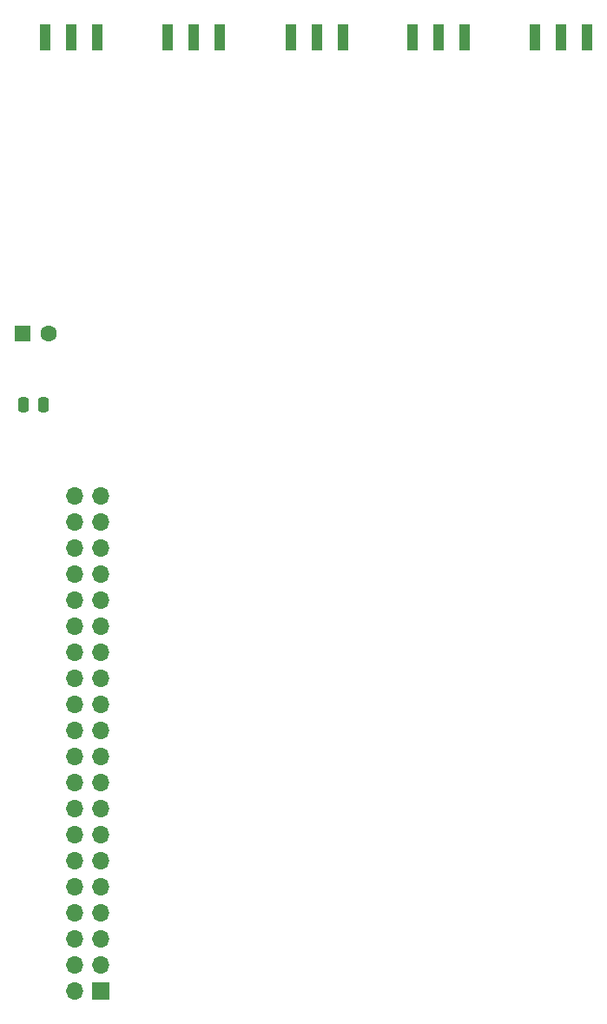
<source format=gbr>
%TF.GenerationSoftware,KiCad,Pcbnew,7.0.2*%
%TF.CreationDate,2023-05-19T03:37:00-07:00*%
%TF.ProjectId,pb_orangepi,70625f6f-7261-46e6-9765-70692e6b6963,rev?*%
%TF.SameCoordinates,PX90013c0PY280de80*%
%TF.FileFunction,Soldermask,Top*%
%TF.FilePolarity,Negative*%
%FSLAX46Y46*%
G04 Gerber Fmt 4.6, Leading zero omitted, Abs format (unit mm)*
G04 Created by KiCad (PCBNEW 7.0.2) date 2023-05-19 03:37:00*
%MOMM*%
%LPD*%
G01*
G04 APERTURE LIST*
G04 Aperture macros list*
%AMRoundRect*
0 Rectangle with rounded corners*
0 $1 Rounding radius*
0 $2 $3 $4 $5 $6 $7 $8 $9 X,Y pos of 4 corners*
0 Add a 4 corners polygon primitive as box body*
4,1,4,$2,$3,$4,$5,$6,$7,$8,$9,$2,$3,0*
0 Add four circle primitives for the rounded corners*
1,1,$1+$1,$2,$3*
1,1,$1+$1,$4,$5*
1,1,$1+$1,$6,$7*
1,1,$1+$1,$8,$9*
0 Add four rect primitives between the rounded corners*
20,1,$1+$1,$2,$3,$4,$5,0*
20,1,$1+$1,$4,$5,$6,$7,0*
20,1,$1+$1,$6,$7,$8,$9,0*
20,1,$1+$1,$8,$9,$2,$3,0*%
G04 Aperture macros list end*
%ADD10R,1.000000X2.510000*%
%ADD11RoundRect,0.250000X-0.250000X-0.475000X0.250000X-0.475000X0.250000X0.475000X-0.250000X0.475000X0*%
%ADD12C,1.600000*%
%ADD13R,1.600000X1.600000*%
%ADD14O,1.700000X1.700000*%
%ADD15R,1.700000X1.700000*%
G04 APERTURE END LIST*
D10*
%TO.C,J6*%
X61540000Y-4655000D03*
X59000000Y-4655000D03*
X56460000Y-4655000D03*
%TD*%
%TO.C,J5*%
X49620000Y-4655000D03*
X47080000Y-4655000D03*
X44540000Y-4655000D03*
%TD*%
%TO.C,J4*%
X32620000Y-4655000D03*
X35160000Y-4655000D03*
X37700000Y-4655000D03*
%TD*%
%TO.C,J3*%
X25700000Y-4655000D03*
X23160000Y-4655000D03*
X20620000Y-4655000D03*
%TD*%
%TO.C,J2*%
X8660000Y-4655000D03*
X11200000Y-4655000D03*
X13740000Y-4655000D03*
%TD*%
D11*
%TO.C,C2*%
X6600000Y-40500000D03*
X8500000Y-40500000D03*
%TD*%
D12*
%TO.C,C1*%
X9000000Y-33500000D03*
D13*
X6500000Y-33500000D03*
%TD*%
D14*
%TO.C,J1*%
X11580000Y-49340000D03*
X14120000Y-49340000D03*
X11580000Y-51880000D03*
X14120000Y-51880000D03*
X11580000Y-54420000D03*
X14120000Y-54420000D03*
X11580000Y-56960000D03*
X14120000Y-56960000D03*
X11580000Y-59500000D03*
X14120000Y-59500000D03*
X11580000Y-62040000D03*
X14120000Y-62040000D03*
X11580000Y-64580000D03*
X14120000Y-64580000D03*
X11580000Y-67120000D03*
X14120000Y-67120000D03*
X11580000Y-69660000D03*
X14120000Y-69660000D03*
X11580000Y-72200000D03*
X14120000Y-72200000D03*
X11580000Y-74740000D03*
X14120000Y-74740000D03*
X11580000Y-77280000D03*
X14120000Y-77280000D03*
X11580000Y-79820000D03*
X14120000Y-79820000D03*
X11580000Y-82360000D03*
X14120000Y-82360000D03*
X11580000Y-84900000D03*
X14120000Y-84900000D03*
X11580000Y-87440000D03*
X14120000Y-87440000D03*
X11580000Y-89980000D03*
X14120000Y-89980000D03*
X11580000Y-92520000D03*
X14120000Y-92520000D03*
X11580000Y-95060000D03*
X14120000Y-95060000D03*
X11580000Y-97600000D03*
D15*
X14120000Y-97600000D03*
%TD*%
M02*

</source>
